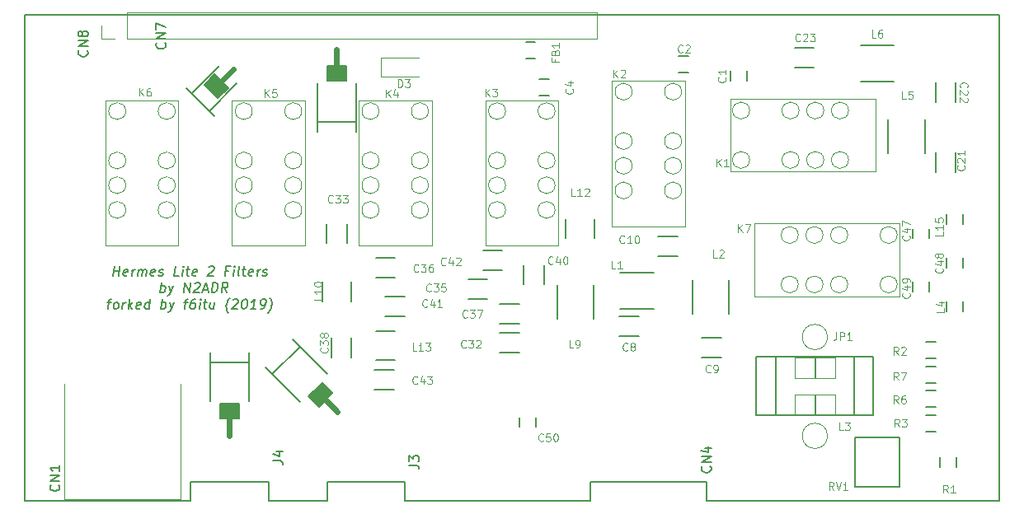
<source format=gbr>
G04 #@! TF.GenerationSoftware,KiCad,Pcbnew,(5.0.2)-1*
G04 #@! TF.CreationDate,2019-04-19T06:38:29+02:00*
G04 #@! TF.ProjectId,n2adr,6e326164-722e-46b6-9963-61645f706362,E5b8*
G04 #@! TF.SameCoordinates,PX3dfd240PY3473bc0*
G04 #@! TF.FileFunction,Legend,Top*
G04 #@! TF.FilePolarity,Positive*
%FSLAX46Y46*%
G04 Gerber Fmt 4.6, Leading zero omitted, Abs format (unit mm)*
G04 Created by KiCad (PCBNEW (5.0.2)-1) date 19/04/2019 06:38:29*
%MOMM*%
%LPD*%
G01*
G04 APERTURE LIST*
%ADD10C,0.150000*%
%ADD11C,0.200000*%
%ADD12C,0.300000*%
%ADD13C,0.600000*%
%ADD14C,0.100000*%
%ADD15C,0.120000*%
G04 APERTURE END LIST*
D10*
X39000000Y-50000000D02*
X58000000Y-50000000D01*
X39000000Y-48000000D02*
X39000000Y-50000000D01*
X31000000Y-48000000D02*
X39000000Y-48000000D01*
X31000000Y-50000000D02*
X31000000Y-48000000D01*
X25000000Y-50000000D02*
X31000000Y-50000000D01*
X25000000Y-48000000D02*
X25000000Y-50000000D01*
X17000000Y-48000000D02*
X25000000Y-48000000D01*
X17000000Y-50000000D02*
X17000000Y-48000000D01*
X0Y-50000000D02*
X17000000Y-50000000D01*
X58000000Y-48000000D02*
X58000000Y-50000000D01*
X70000000Y-48000000D02*
X58000000Y-48000000D01*
X70000000Y-50000000D02*
X70000000Y-48000000D01*
X100000000Y-50000000D02*
X70000000Y-50000000D01*
D11*
X9038809Y-26852380D02*
X9163809Y-25852380D01*
X9104285Y-26328571D02*
X9675714Y-26328571D01*
X9610238Y-26852380D02*
X9735238Y-25852380D01*
X10473333Y-26804761D02*
X10372142Y-26852380D01*
X10181666Y-26852380D01*
X10092380Y-26804761D01*
X10056666Y-26709523D01*
X10104285Y-26328571D01*
X10163809Y-26233333D01*
X10265000Y-26185714D01*
X10455476Y-26185714D01*
X10544761Y-26233333D01*
X10580476Y-26328571D01*
X10568571Y-26423809D01*
X10080476Y-26519047D01*
X10943571Y-26852380D02*
X11026904Y-26185714D01*
X11003095Y-26376190D02*
X11062619Y-26280952D01*
X11116190Y-26233333D01*
X11217380Y-26185714D01*
X11312619Y-26185714D01*
X11562619Y-26852380D02*
X11645952Y-26185714D01*
X11634047Y-26280952D02*
X11687619Y-26233333D01*
X11788809Y-26185714D01*
X11931666Y-26185714D01*
X12020952Y-26233333D01*
X12056666Y-26328571D01*
X11991190Y-26852380D01*
X12056666Y-26328571D02*
X12116190Y-26233333D01*
X12217380Y-26185714D01*
X12360238Y-26185714D01*
X12449523Y-26233333D01*
X12485238Y-26328571D01*
X12419761Y-26852380D01*
X13282857Y-26804761D02*
X13181666Y-26852380D01*
X12991190Y-26852380D01*
X12901904Y-26804761D01*
X12866190Y-26709523D01*
X12913809Y-26328571D01*
X12973333Y-26233333D01*
X13074523Y-26185714D01*
X13265000Y-26185714D01*
X13354285Y-26233333D01*
X13390000Y-26328571D01*
X13378095Y-26423809D01*
X12890000Y-26519047D01*
X13711428Y-26804761D02*
X13800714Y-26852380D01*
X13991190Y-26852380D01*
X14092380Y-26804761D01*
X14151904Y-26709523D01*
X14157857Y-26661904D01*
X14122142Y-26566666D01*
X14032857Y-26519047D01*
X13890000Y-26519047D01*
X13800714Y-26471428D01*
X13765000Y-26376190D01*
X13770952Y-26328571D01*
X13830476Y-26233333D01*
X13931666Y-26185714D01*
X14074523Y-26185714D01*
X14163809Y-26233333D01*
X15800714Y-26852380D02*
X15324523Y-26852380D01*
X15449523Y-25852380D01*
X16134047Y-26852380D02*
X16217380Y-26185714D01*
X16259047Y-25852380D02*
X16205476Y-25900000D01*
X16247142Y-25947619D01*
X16300714Y-25900000D01*
X16259047Y-25852380D01*
X16247142Y-25947619D01*
X16550714Y-26185714D02*
X16931666Y-26185714D01*
X16735238Y-25852380D02*
X16628095Y-26709523D01*
X16663809Y-26804761D01*
X16753095Y-26852380D01*
X16848333Y-26852380D01*
X17568571Y-26804761D02*
X17467380Y-26852380D01*
X17276904Y-26852380D01*
X17187619Y-26804761D01*
X17151904Y-26709523D01*
X17199523Y-26328571D01*
X17259047Y-26233333D01*
X17360238Y-26185714D01*
X17550714Y-26185714D01*
X17640000Y-26233333D01*
X17675714Y-26328571D01*
X17663809Y-26423809D01*
X17175714Y-26519047D01*
X18866190Y-25947619D02*
X18919761Y-25900000D01*
X19020952Y-25852380D01*
X19259047Y-25852380D01*
X19348333Y-25900000D01*
X19390000Y-25947619D01*
X19425714Y-26042857D01*
X19413809Y-26138095D01*
X19348333Y-26280952D01*
X18705476Y-26852380D01*
X19324523Y-26852380D01*
X20913809Y-26328571D02*
X20580476Y-26328571D01*
X20515000Y-26852380D02*
X20640000Y-25852380D01*
X21116190Y-25852380D01*
X21372142Y-26852380D02*
X21455476Y-26185714D01*
X21497142Y-25852380D02*
X21443571Y-25900000D01*
X21485238Y-25947619D01*
X21538809Y-25900000D01*
X21497142Y-25852380D01*
X21485238Y-25947619D01*
X21991190Y-26852380D02*
X21901904Y-26804761D01*
X21866190Y-26709523D01*
X21973333Y-25852380D01*
X22312619Y-26185714D02*
X22693571Y-26185714D01*
X22497142Y-25852380D02*
X22390000Y-26709523D01*
X22425714Y-26804761D01*
X22515000Y-26852380D01*
X22610238Y-26852380D01*
X23330476Y-26804761D02*
X23229285Y-26852380D01*
X23038809Y-26852380D01*
X22949523Y-26804761D01*
X22913809Y-26709523D01*
X22961428Y-26328571D01*
X23020952Y-26233333D01*
X23122142Y-26185714D01*
X23312619Y-26185714D01*
X23401904Y-26233333D01*
X23437619Y-26328571D01*
X23425714Y-26423809D01*
X22937619Y-26519047D01*
X23800714Y-26852380D02*
X23884047Y-26185714D01*
X23860238Y-26376190D02*
X23919761Y-26280952D01*
X23973333Y-26233333D01*
X24074523Y-26185714D01*
X24169761Y-26185714D01*
X24378095Y-26804761D02*
X24467380Y-26852380D01*
X24657857Y-26852380D01*
X24759047Y-26804761D01*
X24818571Y-26709523D01*
X24824523Y-26661904D01*
X24788809Y-26566666D01*
X24699523Y-26519047D01*
X24556666Y-26519047D01*
X24467380Y-26471428D01*
X24431666Y-26376190D01*
X24437619Y-26328571D01*
X24497142Y-26233333D01*
X24598333Y-26185714D01*
X24741190Y-26185714D01*
X24830476Y-26233333D01*
X13872142Y-28552380D02*
X13997142Y-27552380D01*
X13949523Y-27933333D02*
X14050714Y-27885714D01*
X14241190Y-27885714D01*
X14330476Y-27933333D01*
X14372142Y-27980952D01*
X14407857Y-28076190D01*
X14372142Y-28361904D01*
X14312619Y-28457142D01*
X14259047Y-28504761D01*
X14157857Y-28552380D01*
X13967380Y-28552380D01*
X13878095Y-28504761D01*
X14765000Y-27885714D02*
X14919761Y-28552380D01*
X15241190Y-27885714D02*
X14919761Y-28552380D01*
X14794761Y-28790476D01*
X14741190Y-28838095D01*
X14640000Y-28885714D01*
X16300714Y-28552380D02*
X16425714Y-27552380D01*
X16872142Y-28552380D01*
X16997142Y-27552380D01*
X17413809Y-27647619D02*
X17467380Y-27600000D01*
X17568571Y-27552380D01*
X17806666Y-27552380D01*
X17895952Y-27600000D01*
X17937619Y-27647619D01*
X17973333Y-27742857D01*
X17961428Y-27838095D01*
X17895952Y-27980952D01*
X17253095Y-28552380D01*
X17872142Y-28552380D01*
X18288809Y-28266666D02*
X18765000Y-28266666D01*
X18157857Y-28552380D02*
X18616190Y-27552380D01*
X18824523Y-28552380D01*
X19157857Y-28552380D02*
X19282857Y-27552380D01*
X19520952Y-27552380D01*
X19657857Y-27600000D01*
X19741190Y-27695238D01*
X19776904Y-27790476D01*
X19800714Y-27980952D01*
X19782857Y-28123809D01*
X19711428Y-28314285D01*
X19651904Y-28409523D01*
X19544761Y-28504761D01*
X19395952Y-28552380D01*
X19157857Y-28552380D01*
X20729285Y-28552380D02*
X20455476Y-28076190D01*
X20157857Y-28552380D02*
X20282857Y-27552380D01*
X20663809Y-27552380D01*
X20753095Y-27600000D01*
X20794761Y-27647619D01*
X20830476Y-27742857D01*
X20812619Y-27885714D01*
X20753095Y-27980952D01*
X20699523Y-28028571D01*
X20598333Y-28076190D01*
X20217380Y-28076190D01*
X8455476Y-29585714D02*
X8836428Y-29585714D01*
X8515000Y-30252380D02*
X8622142Y-29395238D01*
X8681666Y-29300000D01*
X8782857Y-29252380D01*
X8878095Y-29252380D01*
X9229285Y-30252380D02*
X9140000Y-30204761D01*
X9098333Y-30157142D01*
X9062619Y-30061904D01*
X9098333Y-29776190D01*
X9157857Y-29680952D01*
X9211428Y-29633333D01*
X9312619Y-29585714D01*
X9455476Y-29585714D01*
X9544761Y-29633333D01*
X9586428Y-29680952D01*
X9622142Y-29776190D01*
X9586428Y-30061904D01*
X9526904Y-30157142D01*
X9473333Y-30204761D01*
X9372142Y-30252380D01*
X9229285Y-30252380D01*
X9991190Y-30252380D02*
X10074523Y-29585714D01*
X10050714Y-29776190D02*
X10110238Y-29680952D01*
X10163809Y-29633333D01*
X10265000Y-29585714D01*
X10360238Y-29585714D01*
X10610238Y-30252380D02*
X10735238Y-29252380D01*
X10753095Y-29871428D02*
X10991190Y-30252380D01*
X11074523Y-29585714D02*
X10645952Y-29966666D01*
X11806666Y-30204761D02*
X11705476Y-30252380D01*
X11515000Y-30252380D01*
X11425714Y-30204761D01*
X11390000Y-30109523D01*
X11437619Y-29728571D01*
X11497142Y-29633333D01*
X11598333Y-29585714D01*
X11788809Y-29585714D01*
X11878095Y-29633333D01*
X11913809Y-29728571D01*
X11901904Y-29823809D01*
X11413809Y-29919047D01*
X12705476Y-30252380D02*
X12830476Y-29252380D01*
X12711428Y-30204761D02*
X12610238Y-30252380D01*
X12419761Y-30252380D01*
X12330476Y-30204761D01*
X12288809Y-30157142D01*
X12253095Y-30061904D01*
X12288809Y-29776190D01*
X12348333Y-29680952D01*
X12401904Y-29633333D01*
X12503095Y-29585714D01*
X12693571Y-29585714D01*
X12782857Y-29633333D01*
X13943571Y-30252380D02*
X14068571Y-29252380D01*
X14020952Y-29633333D02*
X14122142Y-29585714D01*
X14312619Y-29585714D01*
X14401904Y-29633333D01*
X14443571Y-29680952D01*
X14479285Y-29776190D01*
X14443571Y-30061904D01*
X14384047Y-30157142D01*
X14330476Y-30204761D01*
X14229285Y-30252380D01*
X14038809Y-30252380D01*
X13949523Y-30204761D01*
X14836428Y-29585714D02*
X14991190Y-30252380D01*
X15312619Y-29585714D02*
X14991190Y-30252380D01*
X14866190Y-30490476D01*
X14812619Y-30538095D01*
X14711428Y-30585714D01*
X16312619Y-29585714D02*
X16693571Y-29585714D01*
X16372142Y-30252380D02*
X16479285Y-29395238D01*
X16538809Y-29300000D01*
X16640000Y-29252380D01*
X16735238Y-29252380D01*
X17497142Y-29252380D02*
X17306666Y-29252380D01*
X17205476Y-29300000D01*
X17151904Y-29347619D01*
X17038809Y-29490476D01*
X16967380Y-29680952D01*
X16919761Y-30061904D01*
X16955476Y-30157142D01*
X16997142Y-30204761D01*
X17086428Y-30252380D01*
X17276904Y-30252380D01*
X17378095Y-30204761D01*
X17431666Y-30157142D01*
X17491190Y-30061904D01*
X17520952Y-29823809D01*
X17485238Y-29728571D01*
X17443571Y-29680952D01*
X17354285Y-29633333D01*
X17163809Y-29633333D01*
X17062619Y-29680952D01*
X17009047Y-29728571D01*
X16949523Y-29823809D01*
X17895952Y-30252380D02*
X17979285Y-29585714D01*
X18020952Y-29252380D02*
X17967380Y-29300000D01*
X18009047Y-29347619D01*
X18062619Y-29300000D01*
X18020952Y-29252380D01*
X18009047Y-29347619D01*
X18312619Y-29585714D02*
X18693571Y-29585714D01*
X18497142Y-29252380D02*
X18390000Y-30109523D01*
X18425714Y-30204761D01*
X18515000Y-30252380D01*
X18610238Y-30252380D01*
X19455476Y-29585714D02*
X19372142Y-30252380D01*
X19026904Y-29585714D02*
X18961428Y-30109523D01*
X18997142Y-30204761D01*
X19086428Y-30252380D01*
X19229285Y-30252380D01*
X19330476Y-30204761D01*
X19384047Y-30157142D01*
X20848333Y-30633333D02*
X20806666Y-30585714D01*
X20729285Y-30442857D01*
X20693571Y-30347619D01*
X20663809Y-30204761D01*
X20645952Y-29966666D01*
X20669761Y-29776190D01*
X20747142Y-29538095D01*
X20812619Y-29395238D01*
X20872142Y-29300000D01*
X20985238Y-29157142D01*
X21038809Y-29109523D01*
X21342380Y-29347619D02*
X21395952Y-29300000D01*
X21497142Y-29252380D01*
X21735238Y-29252380D01*
X21824523Y-29300000D01*
X21866190Y-29347619D01*
X21901904Y-29442857D01*
X21890000Y-29538095D01*
X21824523Y-29680952D01*
X21181666Y-30252380D01*
X21800714Y-30252380D01*
X22544761Y-29252380D02*
X22640000Y-29252380D01*
X22729285Y-29300000D01*
X22770952Y-29347619D01*
X22806666Y-29442857D01*
X22830476Y-29633333D01*
X22800714Y-29871428D01*
X22729285Y-30061904D01*
X22669761Y-30157142D01*
X22616190Y-30204761D01*
X22515000Y-30252380D01*
X22419761Y-30252380D01*
X22330476Y-30204761D01*
X22288809Y-30157142D01*
X22253095Y-30061904D01*
X22229285Y-29871428D01*
X22259047Y-29633333D01*
X22330476Y-29442857D01*
X22390000Y-29347619D01*
X22443571Y-29300000D01*
X22544761Y-29252380D01*
X23705476Y-30252380D02*
X23134047Y-30252380D01*
X23419761Y-30252380D02*
X23544761Y-29252380D01*
X23431666Y-29395238D01*
X23324523Y-29490476D01*
X23223333Y-29538095D01*
X24181666Y-30252380D02*
X24372142Y-30252380D01*
X24473333Y-30204761D01*
X24526904Y-30157142D01*
X24640000Y-30014285D01*
X24711428Y-29823809D01*
X24759047Y-29442857D01*
X24723333Y-29347619D01*
X24681666Y-29300000D01*
X24592380Y-29252380D01*
X24401904Y-29252380D01*
X24300714Y-29300000D01*
X24247142Y-29347619D01*
X24187619Y-29442857D01*
X24157857Y-29680952D01*
X24193571Y-29776190D01*
X24235238Y-29823809D01*
X24324523Y-29871428D01*
X24515000Y-29871428D01*
X24616190Y-29823809D01*
X24669761Y-29776190D01*
X24729285Y-29680952D01*
X24943571Y-30633333D02*
X24997142Y-30585714D01*
X25110238Y-30442857D01*
X25169761Y-30347619D01*
X25235238Y-30204761D01*
X25312619Y-29966666D01*
X25336428Y-29776190D01*
X25318571Y-29538095D01*
X25288809Y-29395238D01*
X25253095Y-29300000D01*
X25175714Y-29157142D01*
X25134047Y-29109523D01*
D10*
X0Y-50000000D02*
X0Y0D01*
X100000000Y0D02*
X100000000Y-50000000D01*
X0Y0D02*
X100000000Y0D01*
D12*
G04 #@! TO.C,CN3*
X32900000Y-5500000D02*
X31200000Y-5500000D01*
X31200000Y-5500000D02*
X31200000Y-6600000D01*
X31200000Y-6600000D02*
X32800000Y-6600000D01*
X32800000Y-6600000D02*
X32800000Y-5700000D01*
X32800000Y-5700000D02*
X31400000Y-5700000D01*
X31400000Y-5700000D02*
X31400000Y-6400000D01*
X31400000Y-6400000D02*
X32600000Y-6400000D01*
X32600000Y-6400000D02*
X32600000Y-5900000D01*
X32600000Y-5900000D02*
X31600000Y-5900000D01*
X31600000Y-5900000D02*
X31600000Y-6200000D01*
X31600000Y-6200000D02*
X32300000Y-6200000D01*
X32300000Y-6200000D02*
X32300000Y-6000000D01*
X32000000Y-5550000D02*
X32000000Y-6550000D01*
D13*
X32000000Y-5300000D02*
X32000000Y-3550000D01*
D11*
X30000000Y-11050000D02*
X30000000Y-12050000D01*
X34000000Y-11050000D02*
X34000000Y-12050000D01*
X34000000Y-7050000D02*
X34000000Y-11050000D01*
X34000000Y-11050000D02*
X30000000Y-11050000D01*
X30000000Y-11050000D02*
X30000000Y-7050000D01*
X31000000Y-5300000D02*
X33000000Y-5300000D01*
X33000000Y-5300000D02*
X33000000Y-6800000D01*
X33000000Y-6800000D02*
X31000000Y-6800000D01*
X31000000Y-6800000D02*
X31000000Y-5300000D01*
D14*
G04 #@! TO.C,CN1*
X16000000Y-37950000D02*
X16000000Y-49850000D01*
X16000000Y-49850000D02*
X4000000Y-49850000D01*
X4000000Y-49850000D02*
X4000000Y-37950000D01*
G04 #@! TO.C,K3*
X47250000Y-8800000D02*
X54750000Y-8800000D01*
X54750000Y-8800000D02*
X54750000Y-21200000D01*
X54750000Y-21200000D02*
X54750000Y-23750000D01*
X54750000Y-23750000D02*
X47250000Y-23750000D01*
X47250000Y-23750000D02*
X47250000Y-8800000D01*
G04 #@! TO.C,K4*
X34250000Y-8800000D02*
X41750000Y-8800000D01*
X41750000Y-8800000D02*
X41750000Y-21200000D01*
X41750000Y-21200000D02*
X41750000Y-23750000D01*
X41750000Y-23750000D02*
X34250000Y-23750000D01*
X34250000Y-23750000D02*
X34250000Y-8800000D01*
D10*
G04 #@! TO.C,L2*
X72279600Y-30727200D02*
X72279600Y-27272800D01*
X68520400Y-30727200D02*
X68520400Y-27272800D01*
G04 #@! TO.C,C1*
X74150000Y-6800000D02*
X74150000Y-5800000D01*
X72450000Y-5800000D02*
X72450000Y-6800000D01*
G04 #@! TO.C,C2*
X67100000Y-5950000D02*
X68100000Y-5950000D01*
X68100000Y-4250000D02*
X67100000Y-4250000D01*
G04 #@! TO.C,C4*
X52800000Y-8350000D02*
X53800000Y-8350000D01*
X53800000Y-6650000D02*
X52800000Y-6650000D01*
G04 #@! TO.C,C8*
X61000000Y-33025000D02*
X63000000Y-33025000D01*
X63000000Y-30975000D02*
X61000000Y-30975000D01*
G04 #@! TO.C,C9*
X71500000Y-33225000D02*
X69500000Y-33225000D01*
X69500000Y-35275000D02*
X71500000Y-35275000D01*
G04 #@! TO.C,C10*
X67000000Y-22775000D02*
X65000000Y-22775000D01*
X65000000Y-24825000D02*
X67000000Y-24825000D01*
G04 #@! TO.C,L3*
X85100000Y-41200000D02*
X85100000Y-35200000D01*
X77100000Y-41200000D02*
X77100000Y-35200000D01*
X87100000Y-41200000D02*
X75100000Y-41200000D01*
X75100000Y-41200000D02*
X75100000Y-35200000D01*
X75100000Y-35200000D02*
X87100000Y-35200000D01*
X87100000Y-35200000D02*
X87100000Y-41200000D01*
G04 #@! TO.C,R2*
X92500000Y-35350000D02*
X93500000Y-35350000D01*
X93500000Y-33650000D02*
X92500000Y-33650000D01*
G04 #@! TO.C,R3*
X93500000Y-41150000D02*
X92500000Y-41150000D01*
X92500000Y-42850000D02*
X93500000Y-42850000D01*
G04 #@! TO.C,R6*
X92500000Y-40350000D02*
X93500000Y-40350000D01*
X93500000Y-38650000D02*
X92500000Y-38650000D01*
G04 #@! TO.C,R7*
X93500000Y-36150000D02*
X92500000Y-36150000D01*
X92500000Y-37850000D02*
X93500000Y-37850000D01*
G04 #@! TO.C,C21*
X95525000Y-16200000D02*
X95525000Y-14200000D01*
X93475000Y-14200000D02*
X93475000Y-16200000D01*
G04 #@! TO.C,C22*
X93475000Y-7000000D02*
X93475000Y-9000000D01*
X95525000Y-9000000D02*
X95525000Y-7000000D01*
G04 #@! TO.C,C23*
X79000000Y-5425000D02*
X81000000Y-5425000D01*
X81000000Y-3375000D02*
X79000000Y-3375000D01*
G04 #@! TO.C,C32*
X48750000Y-34775000D02*
X50750000Y-34775000D01*
X50750000Y-32725000D02*
X48750000Y-32725000D01*
G04 #@! TO.C,C33*
X33025000Y-23500000D02*
X33025000Y-21500000D01*
X30975000Y-21500000D02*
X30975000Y-23500000D01*
G04 #@! TO.C,C35*
X45500000Y-29275000D02*
X47500000Y-29275000D01*
X47500000Y-27225000D02*
X45500000Y-27225000D01*
G04 #@! TO.C,C36*
X36000000Y-27025000D02*
X38000000Y-27025000D01*
X38000000Y-24975000D02*
X36000000Y-24975000D01*
G04 #@! TO.C,C37*
X48750000Y-31775000D02*
X50750000Y-31775000D01*
X50750000Y-29725000D02*
X48750000Y-29725000D01*
G04 #@! TO.C,C38*
X31475000Y-33250000D02*
X31475000Y-35250000D01*
X33525000Y-35250000D02*
X33525000Y-33250000D01*
G04 #@! TO.C,C40*
X53275000Y-27750000D02*
X53275000Y-25750000D01*
X51225000Y-25750000D02*
X51225000Y-27750000D01*
G04 #@! TO.C,C41*
X37000000Y-31025000D02*
X39000000Y-31025000D01*
X39000000Y-28975000D02*
X37000000Y-28975000D01*
G04 #@! TO.C,C42*
X49000000Y-24225000D02*
X47000000Y-24225000D01*
X47000000Y-26275000D02*
X49000000Y-26275000D01*
G04 #@! TO.C,C43*
X37900000Y-36475000D02*
X35900000Y-36475000D01*
X35900000Y-38525000D02*
X37900000Y-38525000D01*
G04 #@! TO.C,L10*
X33475000Y-29500000D02*
X33475000Y-27500000D01*
X30525000Y-27500000D02*
X30525000Y-29500000D01*
G04 #@! TO.C,L13*
X38000000Y-32525000D02*
X36000000Y-32525000D01*
X36000000Y-35475000D02*
X38000000Y-35475000D01*
G04 #@! TO.C,L1*
X61072800Y-30279600D02*
X64527200Y-30279600D01*
X61072800Y-26520400D02*
X64527200Y-26520400D01*
G04 #@! TO.C,L5*
X92379600Y-14227200D02*
X92379600Y-10772800D01*
X88620400Y-14227200D02*
X88620400Y-10772800D01*
G04 #@! TO.C,L6*
X89227200Y-3120400D02*
X85772800Y-3120400D01*
X89227200Y-6879600D02*
X85772800Y-6879600D01*
G04 #@! TO.C,L9*
X58379600Y-31227200D02*
X58379600Y-27772800D01*
X54620400Y-31227200D02*
X54620400Y-27772800D01*
G04 #@! TO.C,L12*
X55525000Y-21000000D02*
X55525000Y-23000000D01*
X58475000Y-23000000D02*
X58475000Y-21000000D01*
G04 #@! TO.C,C50*
X52450000Y-42400000D02*
X52450000Y-41400000D01*
X50750000Y-41400000D02*
X50750000Y-42400000D01*
G04 #@! TO.C,C47*
X92850000Y-23000000D02*
X92850000Y-22000000D01*
X91150000Y-22000000D02*
X91150000Y-23000000D01*
G04 #@! TO.C,C48*
X94650000Y-25000000D02*
X94650000Y-26000000D01*
X96350000Y-26000000D02*
X96350000Y-25000000D01*
G04 #@! TO.C,C49*
X92850000Y-28500000D02*
X92850000Y-27500000D01*
X91150000Y-27500000D02*
X91150000Y-28500000D01*
G04 #@! TO.C,L4*
X94650000Y-29500000D02*
X94650000Y-30500000D01*
X96350000Y-30500000D02*
X96350000Y-29500000D01*
G04 #@! TO.C,L15*
X96350000Y-21500000D02*
X96350000Y-20500000D01*
X94650000Y-20500000D02*
X94650000Y-21500000D01*
G04 #@! TO.C,R1*
X93950000Y-45500000D02*
X93950000Y-46500000D01*
X95650000Y-46500000D02*
X95650000Y-45500000D01*
D14*
G04 #@! TO.C,K1*
X72400000Y-16150000D02*
X72400000Y-8650000D01*
X72400000Y-8650000D02*
X84800000Y-8650000D01*
X84800000Y-8650000D02*
X87350000Y-8650000D01*
X87350000Y-8650000D02*
X87350000Y-16150000D01*
X87350000Y-16150000D02*
X72400000Y-16150000D01*
G04 #@! TO.C,K2*
X60250000Y-6800000D02*
X67750000Y-6800000D01*
X67750000Y-6800000D02*
X67750000Y-19200000D01*
X67750000Y-19200000D02*
X67750000Y-21750000D01*
X67750000Y-21750000D02*
X60250000Y-21750000D01*
X60250000Y-21750000D02*
X60250000Y-6800000D01*
G04 #@! TO.C,K5*
X21250000Y-8800000D02*
X28750000Y-8800000D01*
X28750000Y-8800000D02*
X28750000Y-21200000D01*
X28750000Y-21200000D02*
X28750000Y-23750000D01*
X28750000Y-23750000D02*
X21250000Y-23750000D01*
X21250000Y-23750000D02*
X21250000Y-8800000D01*
G04 #@! TO.C,K6*
X8250000Y-8800000D02*
X15750000Y-8800000D01*
X15750000Y-8800000D02*
X15750000Y-21200000D01*
X15750000Y-21200000D02*
X15750000Y-23750000D01*
X15750000Y-23750000D02*
X8250000Y-23750000D01*
X8250000Y-23750000D02*
X8250000Y-8800000D01*
G04 #@! TO.C,K7*
X89800000Y-21450000D02*
X89800000Y-28950000D01*
X89800000Y-28950000D02*
X77400000Y-28950000D01*
X77400000Y-28950000D02*
X74850000Y-28950000D01*
X74850000Y-28950000D02*
X74850000Y-21450000D01*
X74850000Y-21450000D02*
X89800000Y-21450000D01*
D15*
G04 #@! TO.C,CN2*
X58758000Y-2464000D02*
X58758000Y196000D01*
X10438000Y-2464000D02*
X58758000Y-2464000D01*
X10438000Y196000D02*
X58758000Y196000D01*
X10438000Y-2464000D02*
X10438000Y196000D01*
X9168000Y-2464000D02*
X7838000Y-2464000D01*
X7838000Y-2464000D02*
X7838000Y-1134000D01*
D10*
G04 #@! TO.C,RV1*
X85250000Y-48500000D02*
X85250000Y-43500000D01*
X85250000Y-43500000D02*
X89750000Y-43500000D01*
X89750000Y-43500000D02*
X89750000Y-48500000D01*
X89750000Y-48500000D02*
X85250000Y-48500000D01*
D15*
G04 #@! TO.C,D3*
X36550000Y-4400000D02*
X36550000Y-6400000D01*
X36550000Y-6400000D02*
X40450000Y-6400000D01*
X36550000Y-4400000D02*
X40450000Y-4400000D01*
D10*
G04 #@! TO.C,FB1*
X52400000Y-2850000D02*
X51400000Y-2850000D01*
X51400000Y-4550000D02*
X52400000Y-4550000D01*
D11*
G04 #@! TO.C,J1*
X30500000Y-37835786D02*
X31560660Y-38896447D01*
X29085786Y-39250000D02*
X30500000Y-37835786D01*
X30146447Y-40310660D02*
X29085786Y-39250000D01*
X31560660Y-38896447D02*
X30146447Y-40310660D01*
X28201903Y-34123476D02*
X31030330Y-36951903D01*
X25373476Y-36951903D02*
X28201903Y-34123476D01*
X28201903Y-39780330D02*
X25373476Y-36951903D01*
X25373476Y-36951903D02*
X24666369Y-36244796D01*
X28201903Y-34123476D02*
X27494796Y-33416369D01*
D13*
X30853553Y-39603553D02*
X32090990Y-40840990D01*
D12*
X30676777Y-39426777D02*
X29969670Y-38719670D01*
X30005025Y-39179289D02*
X30146447Y-39320711D01*
X30500000Y-38684315D02*
X30005025Y-39179289D01*
X30712132Y-38896447D02*
X30500000Y-38684315D01*
X30005025Y-39603553D02*
X30712132Y-38896447D01*
X29651472Y-39250000D02*
X30005025Y-39603553D01*
X30500000Y-38401472D02*
X29651472Y-39250000D01*
X30994975Y-38896447D02*
X30500000Y-38401472D01*
X30005025Y-39886396D02*
X30994975Y-38896447D01*
X29368629Y-39250000D02*
X30005025Y-39886396D01*
X30500000Y-38118629D02*
X29368629Y-39250000D01*
X31277817Y-38896447D02*
X30500000Y-38118629D01*
X30075736Y-40098528D02*
X31277817Y-38896447D01*
G04 #@! TO.C,J2*
X20100000Y-41300000D02*
X21800000Y-41300000D01*
X21800000Y-41300000D02*
X21800000Y-40200000D01*
X21800000Y-40200000D02*
X20200000Y-40200000D01*
X20200000Y-40200000D02*
X20200000Y-41100000D01*
X20200000Y-41100000D02*
X21600000Y-41100000D01*
X21600000Y-41100000D02*
X21600000Y-40400000D01*
X21600000Y-40400000D02*
X20400000Y-40400000D01*
X20400000Y-40400000D02*
X20400000Y-40900000D01*
X20400000Y-40900000D02*
X21400000Y-40900000D01*
X21400000Y-40900000D02*
X21400000Y-40600000D01*
X21400000Y-40600000D02*
X20700000Y-40600000D01*
X20700000Y-40600000D02*
X20700000Y-40800000D01*
X21000000Y-41250000D02*
X21000000Y-40250000D01*
D13*
X21000000Y-41500000D02*
X21000000Y-43250000D01*
D11*
X23000000Y-35750000D02*
X23000000Y-34750000D01*
X19000000Y-35750000D02*
X19000000Y-34750000D01*
X19000000Y-39750000D02*
X19000000Y-35750000D01*
X19000000Y-35750000D02*
X23000000Y-35750000D01*
X23000000Y-35750000D02*
X23000000Y-39750000D01*
X22000000Y-41500000D02*
X20000000Y-41500000D01*
X20000000Y-41500000D02*
X20000000Y-40000000D01*
X20000000Y-40000000D02*
X22000000Y-40000000D01*
X22000000Y-40000000D02*
X22000000Y-41500000D01*
D12*
G04 #@! TO.C,CN5*
X20648528Y-7624264D02*
X19446447Y-6422183D01*
X19446447Y-6422183D02*
X18668629Y-7200000D01*
X18668629Y-7200000D02*
X19800000Y-8331371D01*
X19800000Y-8331371D02*
X20436396Y-7694975D01*
X20436396Y-7694975D02*
X19446447Y-6705025D01*
X19446447Y-6705025D02*
X18951472Y-7200000D01*
X18951472Y-7200000D02*
X19800000Y-8048528D01*
X19800000Y-8048528D02*
X20153553Y-7694975D01*
X20153553Y-7694975D02*
X19446447Y-6987868D01*
X19446447Y-6987868D02*
X19234315Y-7200000D01*
X19234315Y-7200000D02*
X19729289Y-7694975D01*
X19729289Y-7694975D02*
X19870711Y-7553553D01*
X19976777Y-7023223D02*
X19269670Y-7730330D01*
D13*
X20153553Y-6846447D02*
X21390990Y-5609010D01*
D11*
X21730402Y-7065650D02*
X18901974Y-9894077D01*
X19418162Y-10410265D02*
X16589735Y-7581838D01*
X17105923Y-8098026D02*
X19934350Y-5269598D01*
X19446447Y-6139340D02*
X20860660Y-7553553D01*
X20860660Y-7553553D02*
X19800000Y-8614214D01*
X19800000Y-8614214D02*
X18385786Y-7200000D01*
X18385786Y-7200000D02*
X19446447Y-6139340D01*
G04 #@! TD*
D14*
G04 #@! TO.C,K3*
X54415000Y-9920000D02*
G75*
G03X54415000Y-9920000I-875000J0D01*
G01*
X54415000Y-15000000D02*
G75*
G03X54415000Y-15000000I-875000J0D01*
G01*
X54415000Y-17540000D02*
G75*
G03X54415000Y-17540000I-875000J0D01*
G01*
X54415000Y-20080000D02*
G75*
G03X54415000Y-20080000I-875000J0D01*
G01*
X49335000Y-20080000D02*
G75*
G03X49335000Y-20080000I-875000J0D01*
G01*
X49335000Y-17540000D02*
G75*
G03X49335000Y-17540000I-875000J0D01*
G01*
X49335000Y-15000000D02*
G75*
G03X49335000Y-15000000I-875000J0D01*
G01*
X49335000Y-9920000D02*
G75*
G03X49335000Y-9920000I-875000J0D01*
G01*
G04 #@! TD*
G04 #@! TO.C,K4*
X41415000Y-9920000D02*
G75*
G03X41415000Y-9920000I-875000J0D01*
G01*
X41415000Y-15000000D02*
G75*
G03X41415000Y-15000000I-875000J0D01*
G01*
X41415000Y-17540000D02*
G75*
G03X41415000Y-17540000I-875000J0D01*
G01*
X41415000Y-20080000D02*
G75*
G03X41415000Y-20080000I-875000J0D01*
G01*
X36335000Y-20080000D02*
G75*
G03X36335000Y-20080000I-875000J0D01*
G01*
X36335000Y-17540000D02*
G75*
G03X36335000Y-17540000I-875000J0D01*
G01*
X36335000Y-15000000D02*
G75*
G03X36335000Y-15000000I-875000J0D01*
G01*
X36335000Y-9920000D02*
G75*
G03X36335000Y-9920000I-875000J0D01*
G01*
G04 #@! TD*
G04 #@! TO.C,JP1*
X82400010Y-43300000D02*
G75*
G03X82400010Y-43300000I-1300010J0D01*
G01*
X82400010Y-33140000D02*
G75*
G03X82400010Y-33140000I-1300010J0D01*
G01*
G04 #@! TD*
G04 #@! TO.C,L3*
X79050000Y-39050000D02*
X79050000Y-41150000D01*
X81150000Y-41150000D01*
X81150000Y-39050000D01*
X79050000Y-39050000D01*
X81050000Y-35250000D02*
X81050000Y-37350000D01*
X83150000Y-37350000D01*
X83150000Y-35250000D01*
X81050000Y-35250000D01*
X81050000Y-39050000D02*
X81050000Y-41150000D01*
X83150000Y-41150000D01*
X83150000Y-39050000D01*
X81050000Y-39050000D01*
X79050000Y-35250000D02*
X79050000Y-37350000D01*
X81150000Y-37350000D01*
X81150000Y-35250000D01*
X79050000Y-35250000D01*
G04 #@! TD*
G04 #@! TO.C,K1*
X74395000Y-9860000D02*
G75*
G03X74395000Y-9860000I-875000J0D01*
G01*
X79475000Y-9860000D02*
G75*
G03X79475000Y-9860000I-875000J0D01*
G01*
X82015000Y-9860000D02*
G75*
G03X82015000Y-9860000I-875000J0D01*
G01*
X84555000Y-9860000D02*
G75*
G03X84555000Y-9860000I-875000J0D01*
G01*
X84555000Y-14940000D02*
G75*
G03X84555000Y-14940000I-875000J0D01*
G01*
X82015000Y-14940000D02*
G75*
G03X82015000Y-14940000I-875000J0D01*
G01*
X79475000Y-14940000D02*
G75*
G03X79475000Y-14940000I-875000J0D01*
G01*
X74395000Y-14940000D02*
G75*
G03X74395000Y-14940000I-875000J0D01*
G01*
G04 #@! TD*
G04 #@! TO.C,K2*
X67415000Y-7920000D02*
G75*
G03X67415000Y-7920000I-875000J0D01*
G01*
X67415000Y-13000000D02*
G75*
G03X67415000Y-13000000I-875000J0D01*
G01*
X67415000Y-15540000D02*
G75*
G03X67415000Y-15540000I-875000J0D01*
G01*
X67415000Y-18080000D02*
G75*
G03X67415000Y-18080000I-875000J0D01*
G01*
X62335000Y-18080000D02*
G75*
G03X62335000Y-18080000I-875000J0D01*
G01*
X62335000Y-15540000D02*
G75*
G03X62335000Y-15540000I-875000J0D01*
G01*
X62335000Y-13000000D02*
G75*
G03X62335000Y-13000000I-875000J0D01*
G01*
X62335000Y-7920000D02*
G75*
G03X62335000Y-7920000I-875000J0D01*
G01*
G04 #@! TD*
G04 #@! TO.C,K5*
X28415000Y-9920000D02*
G75*
G03X28415000Y-9920000I-875000J0D01*
G01*
X28415000Y-15000000D02*
G75*
G03X28415000Y-15000000I-875000J0D01*
G01*
X28415000Y-17540000D02*
G75*
G03X28415000Y-17540000I-875000J0D01*
G01*
X28415000Y-20080000D02*
G75*
G03X28415000Y-20080000I-875000J0D01*
G01*
X23335000Y-20080000D02*
G75*
G03X23335000Y-20080000I-875000J0D01*
G01*
X23335000Y-17540000D02*
G75*
G03X23335000Y-17540000I-875000J0D01*
G01*
X23335000Y-15000000D02*
G75*
G03X23335000Y-15000000I-875000J0D01*
G01*
X23335000Y-9920000D02*
G75*
G03X23335000Y-9920000I-875000J0D01*
G01*
G04 #@! TD*
G04 #@! TO.C,K6*
X15415000Y-9920000D02*
G75*
G03X15415000Y-9920000I-875000J0D01*
G01*
X15415000Y-15000000D02*
G75*
G03X15415000Y-15000000I-875000J0D01*
G01*
X15415000Y-17540000D02*
G75*
G03X15415000Y-17540000I-875000J0D01*
G01*
X15415000Y-20080000D02*
G75*
G03X15415000Y-20080000I-875000J0D01*
G01*
X10335000Y-20080000D02*
G75*
G03X10335000Y-20080000I-875000J0D01*
G01*
X10335000Y-17540000D02*
G75*
G03X10335000Y-17540000I-875000J0D01*
G01*
X10335000Y-15000000D02*
G75*
G03X10335000Y-15000000I-875000J0D01*
G01*
X10335000Y-9920000D02*
G75*
G03X10335000Y-9920000I-875000J0D01*
G01*
G04 #@! TD*
G04 #@! TO.C,K7*
X89555000Y-27740000D02*
G75*
G03X89555000Y-27740000I-875000J0D01*
G01*
X84475000Y-27740000D02*
G75*
G03X84475000Y-27740000I-875000J0D01*
G01*
X81935000Y-27740000D02*
G75*
G03X81935000Y-27740000I-875000J0D01*
G01*
X79395000Y-27740000D02*
G75*
G03X79395000Y-27740000I-875000J0D01*
G01*
X79395000Y-22660000D02*
G75*
G03X79395000Y-22660000I-875000J0D01*
G01*
X81935000Y-22660000D02*
G75*
G03X81935000Y-22660000I-875000J0D01*
G01*
X84475000Y-22660000D02*
G75*
G03X84475000Y-22660000I-875000J0D01*
G01*
X89555000Y-22660000D02*
G75*
G03X89555000Y-22660000I-875000J0D01*
G01*
G04 #@! TD*
G04 #@! TO.C,CN1*
D10*
X3457142Y-48340476D02*
X3504761Y-48388095D01*
X3552380Y-48530952D01*
X3552380Y-48626190D01*
X3504761Y-48769047D01*
X3409523Y-48864285D01*
X3314285Y-48911904D01*
X3123809Y-48959523D01*
X2980952Y-48959523D01*
X2790476Y-48911904D01*
X2695238Y-48864285D01*
X2600000Y-48769047D01*
X2552380Y-48626190D01*
X2552380Y-48530952D01*
X2600000Y-48388095D01*
X2647619Y-48340476D01*
X3552380Y-47911904D02*
X2552380Y-47911904D01*
X3552380Y-47340476D01*
X2552380Y-47340476D01*
X3552380Y-46340476D02*
X3552380Y-46911904D01*
X3552380Y-46626190D02*
X2552380Y-46626190D01*
X2695238Y-46721428D01*
X2790476Y-46816666D01*
X2838095Y-46911904D01*
G04 #@! TO.C,K3*
D14*
X47259523Y-8411904D02*
X47259523Y-7611904D01*
X47716666Y-8411904D02*
X47373809Y-7954761D01*
X47716666Y-7611904D02*
X47259523Y-8069047D01*
X47983333Y-7611904D02*
X48478571Y-7611904D01*
X48211904Y-7916666D01*
X48326190Y-7916666D01*
X48402380Y-7954761D01*
X48440476Y-7992857D01*
X48478571Y-8069047D01*
X48478571Y-8259523D01*
X48440476Y-8335714D01*
X48402380Y-8373809D01*
X48326190Y-8411904D01*
X48097619Y-8411904D01*
X48021428Y-8373809D01*
X47983333Y-8335714D01*
G04 #@! TO.C,K4*
X37059523Y-8511904D02*
X37059523Y-7711904D01*
X37516666Y-8511904D02*
X37173809Y-8054761D01*
X37516666Y-7711904D02*
X37059523Y-8169047D01*
X38202380Y-7978571D02*
X38202380Y-8511904D01*
X38011904Y-7673809D02*
X37821428Y-8245238D01*
X38316666Y-8245238D01*
G04 #@! TO.C,L2*
X71066666Y-24961904D02*
X70685714Y-24961904D01*
X70685714Y-24161904D01*
X71295238Y-24238095D02*
X71333333Y-24200000D01*
X71409523Y-24161904D01*
X71600000Y-24161904D01*
X71676190Y-24200000D01*
X71714285Y-24238095D01*
X71752380Y-24314285D01*
X71752380Y-24390476D01*
X71714285Y-24504761D01*
X71257142Y-24961904D01*
X71752380Y-24961904D01*
G04 #@! TO.C,C1*
X71885714Y-6433333D02*
X71923809Y-6471428D01*
X71961904Y-6585714D01*
X71961904Y-6661904D01*
X71923809Y-6776190D01*
X71847619Y-6852380D01*
X71771428Y-6890476D01*
X71619047Y-6928571D01*
X71504761Y-6928571D01*
X71352380Y-6890476D01*
X71276190Y-6852380D01*
X71200000Y-6776190D01*
X71161904Y-6661904D01*
X71161904Y-6585714D01*
X71200000Y-6471428D01*
X71238095Y-6433333D01*
X71961904Y-5671428D02*
X71961904Y-6128571D01*
X71961904Y-5900000D02*
X71161904Y-5900000D01*
X71276190Y-5976190D01*
X71352380Y-6052380D01*
X71390476Y-6128571D01*
G04 #@! TO.C,C2*
X67516666Y-3835714D02*
X67478571Y-3873809D01*
X67364285Y-3911904D01*
X67288095Y-3911904D01*
X67173809Y-3873809D01*
X67097619Y-3797619D01*
X67059523Y-3721428D01*
X67021428Y-3569047D01*
X67021428Y-3454761D01*
X67059523Y-3302380D01*
X67097619Y-3226190D01*
X67173809Y-3150000D01*
X67288095Y-3111904D01*
X67364285Y-3111904D01*
X67478571Y-3150000D01*
X67516666Y-3188095D01*
X67821428Y-3188095D02*
X67859523Y-3150000D01*
X67935714Y-3111904D01*
X68126190Y-3111904D01*
X68202380Y-3150000D01*
X68240476Y-3188095D01*
X68278571Y-3264285D01*
X68278571Y-3340476D01*
X68240476Y-3454761D01*
X67783333Y-3911904D01*
X68278571Y-3911904D01*
G04 #@! TO.C,C4*
X56185714Y-7633333D02*
X56223809Y-7671428D01*
X56261904Y-7785714D01*
X56261904Y-7861904D01*
X56223809Y-7976190D01*
X56147619Y-8052380D01*
X56071428Y-8090476D01*
X55919047Y-8128571D01*
X55804761Y-8128571D01*
X55652380Y-8090476D01*
X55576190Y-8052380D01*
X55500000Y-7976190D01*
X55461904Y-7861904D01*
X55461904Y-7785714D01*
X55500000Y-7671428D01*
X55538095Y-7633333D01*
X55728571Y-6947619D02*
X56261904Y-6947619D01*
X55423809Y-7138095D02*
X55995238Y-7328571D01*
X55995238Y-6833333D01*
G04 #@! TO.C,C8*
X61866666Y-34485714D02*
X61828571Y-34523809D01*
X61714285Y-34561904D01*
X61638095Y-34561904D01*
X61523809Y-34523809D01*
X61447619Y-34447619D01*
X61409523Y-34371428D01*
X61371428Y-34219047D01*
X61371428Y-34104761D01*
X61409523Y-33952380D01*
X61447619Y-33876190D01*
X61523809Y-33800000D01*
X61638095Y-33761904D01*
X61714285Y-33761904D01*
X61828571Y-33800000D01*
X61866666Y-33838095D01*
X62323809Y-34104761D02*
X62247619Y-34066666D01*
X62209523Y-34028571D01*
X62171428Y-33952380D01*
X62171428Y-33914285D01*
X62209523Y-33838095D01*
X62247619Y-33800000D01*
X62323809Y-33761904D01*
X62476190Y-33761904D01*
X62552380Y-33800000D01*
X62590476Y-33838095D01*
X62628571Y-33914285D01*
X62628571Y-33952380D01*
X62590476Y-34028571D01*
X62552380Y-34066666D01*
X62476190Y-34104761D01*
X62323809Y-34104761D01*
X62247619Y-34142857D01*
X62209523Y-34180952D01*
X62171428Y-34257142D01*
X62171428Y-34409523D01*
X62209523Y-34485714D01*
X62247619Y-34523809D01*
X62323809Y-34561904D01*
X62476190Y-34561904D01*
X62552380Y-34523809D01*
X62590476Y-34485714D01*
X62628571Y-34409523D01*
X62628571Y-34257142D01*
X62590476Y-34180952D01*
X62552380Y-34142857D01*
X62476190Y-34104761D01*
G04 #@! TO.C,C9*
X70366666Y-36735714D02*
X70328571Y-36773809D01*
X70214285Y-36811904D01*
X70138095Y-36811904D01*
X70023809Y-36773809D01*
X69947619Y-36697619D01*
X69909523Y-36621428D01*
X69871428Y-36469047D01*
X69871428Y-36354761D01*
X69909523Y-36202380D01*
X69947619Y-36126190D01*
X70023809Y-36050000D01*
X70138095Y-36011904D01*
X70214285Y-36011904D01*
X70328571Y-36050000D01*
X70366666Y-36088095D01*
X70747619Y-36811904D02*
X70900000Y-36811904D01*
X70976190Y-36773809D01*
X71014285Y-36735714D01*
X71090476Y-36621428D01*
X71128571Y-36469047D01*
X71128571Y-36164285D01*
X71090476Y-36088095D01*
X71052380Y-36050000D01*
X70976190Y-36011904D01*
X70823809Y-36011904D01*
X70747619Y-36050000D01*
X70709523Y-36088095D01*
X70671428Y-36164285D01*
X70671428Y-36354761D01*
X70709523Y-36430952D01*
X70747619Y-36469047D01*
X70823809Y-36507142D01*
X70976190Y-36507142D01*
X71052380Y-36469047D01*
X71090476Y-36430952D01*
X71128571Y-36354761D01*
G04 #@! TO.C,C10*
X61535714Y-23435714D02*
X61497619Y-23473809D01*
X61383333Y-23511904D01*
X61307142Y-23511904D01*
X61192857Y-23473809D01*
X61116666Y-23397619D01*
X61078571Y-23321428D01*
X61040476Y-23169047D01*
X61040476Y-23054761D01*
X61078571Y-22902380D01*
X61116666Y-22826190D01*
X61192857Y-22750000D01*
X61307142Y-22711904D01*
X61383333Y-22711904D01*
X61497619Y-22750000D01*
X61535714Y-22788095D01*
X62297619Y-23511904D02*
X61840476Y-23511904D01*
X62069047Y-23511904D02*
X62069047Y-22711904D01*
X61992857Y-22826190D01*
X61916666Y-22902380D01*
X61840476Y-22940476D01*
X62792857Y-22711904D02*
X62869047Y-22711904D01*
X62945238Y-22750000D01*
X62983333Y-22788095D01*
X63021428Y-22864285D01*
X63059523Y-23016666D01*
X63059523Y-23207142D01*
X63021428Y-23359523D01*
X62983333Y-23435714D01*
X62945238Y-23473809D01*
X62869047Y-23511904D01*
X62792857Y-23511904D01*
X62716666Y-23473809D01*
X62678571Y-23435714D01*
X62640476Y-23359523D01*
X62602380Y-23207142D01*
X62602380Y-23016666D01*
X62640476Y-22864285D01*
X62678571Y-22788095D01*
X62716666Y-22750000D01*
X62792857Y-22711904D01*
G04 #@! TO.C,JP1*
X83283333Y-32661904D02*
X83283333Y-33233333D01*
X83245238Y-33347619D01*
X83169047Y-33423809D01*
X83054761Y-33461904D01*
X82978571Y-33461904D01*
X83664285Y-33461904D02*
X83664285Y-32661904D01*
X83969047Y-32661904D01*
X84045238Y-32700000D01*
X84083333Y-32738095D01*
X84121428Y-32814285D01*
X84121428Y-32928571D01*
X84083333Y-33004761D01*
X84045238Y-33042857D01*
X83969047Y-33080952D01*
X83664285Y-33080952D01*
X84883333Y-33461904D02*
X84426190Y-33461904D01*
X84654761Y-33461904D02*
X84654761Y-32661904D01*
X84578571Y-32776190D01*
X84502380Y-32852380D01*
X84426190Y-32890476D01*
G04 #@! TO.C,L3*
X84016666Y-42711904D02*
X83635714Y-42711904D01*
X83635714Y-41911904D01*
X84207142Y-41911904D02*
X84702380Y-41911904D01*
X84435714Y-42216666D01*
X84550000Y-42216666D01*
X84626190Y-42254761D01*
X84664285Y-42292857D01*
X84702380Y-42369047D01*
X84702380Y-42559523D01*
X84664285Y-42635714D01*
X84626190Y-42673809D01*
X84550000Y-42711904D01*
X84321428Y-42711904D01*
X84245238Y-42673809D01*
X84207142Y-42635714D01*
G04 #@! TO.C,R2*
X89666666Y-34961904D02*
X89400000Y-34580952D01*
X89209523Y-34961904D02*
X89209523Y-34161904D01*
X89514285Y-34161904D01*
X89590476Y-34200000D01*
X89628571Y-34238095D01*
X89666666Y-34314285D01*
X89666666Y-34428571D01*
X89628571Y-34504761D01*
X89590476Y-34542857D01*
X89514285Y-34580952D01*
X89209523Y-34580952D01*
X89971428Y-34238095D02*
X90009523Y-34200000D01*
X90085714Y-34161904D01*
X90276190Y-34161904D01*
X90352380Y-34200000D01*
X90390476Y-34238095D01*
X90428571Y-34314285D01*
X90428571Y-34390476D01*
X90390476Y-34504761D01*
X89933333Y-34961904D01*
X90428571Y-34961904D01*
G04 #@! TO.C,R3*
X89766666Y-42361904D02*
X89500000Y-41980952D01*
X89309523Y-42361904D02*
X89309523Y-41561904D01*
X89614285Y-41561904D01*
X89690476Y-41600000D01*
X89728571Y-41638095D01*
X89766666Y-41714285D01*
X89766666Y-41828571D01*
X89728571Y-41904761D01*
X89690476Y-41942857D01*
X89614285Y-41980952D01*
X89309523Y-41980952D01*
X90033333Y-41561904D02*
X90528571Y-41561904D01*
X90261904Y-41866666D01*
X90376190Y-41866666D01*
X90452380Y-41904761D01*
X90490476Y-41942857D01*
X90528571Y-42019047D01*
X90528571Y-42209523D01*
X90490476Y-42285714D01*
X90452380Y-42323809D01*
X90376190Y-42361904D01*
X90147619Y-42361904D01*
X90071428Y-42323809D01*
X90033333Y-42285714D01*
G04 #@! TO.C,R6*
X89666666Y-39961904D02*
X89400000Y-39580952D01*
X89209523Y-39961904D02*
X89209523Y-39161904D01*
X89514285Y-39161904D01*
X89590476Y-39200000D01*
X89628571Y-39238095D01*
X89666666Y-39314285D01*
X89666666Y-39428571D01*
X89628571Y-39504761D01*
X89590476Y-39542857D01*
X89514285Y-39580952D01*
X89209523Y-39580952D01*
X90352380Y-39161904D02*
X90200000Y-39161904D01*
X90123809Y-39200000D01*
X90085714Y-39238095D01*
X90009523Y-39352380D01*
X89971428Y-39504761D01*
X89971428Y-39809523D01*
X90009523Y-39885714D01*
X90047619Y-39923809D01*
X90123809Y-39961904D01*
X90276190Y-39961904D01*
X90352380Y-39923809D01*
X90390476Y-39885714D01*
X90428571Y-39809523D01*
X90428571Y-39619047D01*
X90390476Y-39542857D01*
X90352380Y-39504761D01*
X90276190Y-39466666D01*
X90123809Y-39466666D01*
X90047619Y-39504761D01*
X90009523Y-39542857D01*
X89971428Y-39619047D01*
G04 #@! TO.C,R7*
X89666666Y-37561904D02*
X89400000Y-37180952D01*
X89209523Y-37561904D02*
X89209523Y-36761904D01*
X89514285Y-36761904D01*
X89590476Y-36800000D01*
X89628571Y-36838095D01*
X89666666Y-36914285D01*
X89666666Y-37028571D01*
X89628571Y-37104761D01*
X89590476Y-37142857D01*
X89514285Y-37180952D01*
X89209523Y-37180952D01*
X89933333Y-36761904D02*
X90466666Y-36761904D01*
X90123809Y-37561904D01*
G04 #@! TO.C,C21*
X96435714Y-15514285D02*
X96473809Y-15552380D01*
X96511904Y-15666666D01*
X96511904Y-15742857D01*
X96473809Y-15857142D01*
X96397619Y-15933333D01*
X96321428Y-15971428D01*
X96169047Y-16009523D01*
X96054761Y-16009523D01*
X95902380Y-15971428D01*
X95826190Y-15933333D01*
X95750000Y-15857142D01*
X95711904Y-15742857D01*
X95711904Y-15666666D01*
X95750000Y-15552380D01*
X95788095Y-15514285D01*
X95788095Y-15209523D02*
X95750000Y-15171428D01*
X95711904Y-15095238D01*
X95711904Y-14904761D01*
X95750000Y-14828571D01*
X95788095Y-14790476D01*
X95864285Y-14752380D01*
X95940476Y-14752380D01*
X96054761Y-14790476D01*
X96511904Y-15247619D01*
X96511904Y-14752380D01*
X96511904Y-13990476D02*
X96511904Y-14447619D01*
X96511904Y-14219047D02*
X95711904Y-14219047D01*
X95826190Y-14295238D01*
X95902380Y-14371428D01*
X95940476Y-14447619D01*
G04 #@! TO.C,C22*
X96064285Y-7485714D02*
X96026190Y-7447619D01*
X95988095Y-7333333D01*
X95988095Y-7257142D01*
X96026190Y-7142857D01*
X96102380Y-7066666D01*
X96178571Y-7028571D01*
X96330952Y-6990476D01*
X96445238Y-6990476D01*
X96597619Y-7028571D01*
X96673809Y-7066666D01*
X96750000Y-7142857D01*
X96788095Y-7257142D01*
X96788095Y-7333333D01*
X96750000Y-7447619D01*
X96711904Y-7485714D01*
X96711904Y-7790476D02*
X96750000Y-7828571D01*
X96788095Y-7904761D01*
X96788095Y-8095238D01*
X96750000Y-8171428D01*
X96711904Y-8209523D01*
X96635714Y-8247619D01*
X96559523Y-8247619D01*
X96445238Y-8209523D01*
X95988095Y-7752380D01*
X95988095Y-8247619D01*
X96711904Y-8552380D02*
X96750000Y-8590476D01*
X96788095Y-8666666D01*
X96788095Y-8857142D01*
X96750000Y-8933333D01*
X96711904Y-8971428D01*
X96635714Y-9009523D01*
X96559523Y-9009523D01*
X96445238Y-8971428D01*
X95988095Y-8514285D01*
X95988095Y-9009523D01*
G04 #@! TO.C,C23*
X79585714Y-2685714D02*
X79547619Y-2723809D01*
X79433333Y-2761904D01*
X79357142Y-2761904D01*
X79242857Y-2723809D01*
X79166666Y-2647619D01*
X79128571Y-2571428D01*
X79090476Y-2419047D01*
X79090476Y-2304761D01*
X79128571Y-2152380D01*
X79166666Y-2076190D01*
X79242857Y-2000000D01*
X79357142Y-1961904D01*
X79433333Y-1961904D01*
X79547619Y-2000000D01*
X79585714Y-2038095D01*
X79890476Y-2038095D02*
X79928571Y-2000000D01*
X80004761Y-1961904D01*
X80195238Y-1961904D01*
X80271428Y-2000000D01*
X80309523Y-2038095D01*
X80347619Y-2114285D01*
X80347619Y-2190476D01*
X80309523Y-2304761D01*
X79852380Y-2761904D01*
X80347619Y-2761904D01*
X80614285Y-1961904D02*
X81109523Y-1961904D01*
X80842857Y-2266666D01*
X80957142Y-2266666D01*
X81033333Y-2304761D01*
X81071428Y-2342857D01*
X81109523Y-2419047D01*
X81109523Y-2609523D01*
X81071428Y-2685714D01*
X81033333Y-2723809D01*
X80957142Y-2761904D01*
X80728571Y-2761904D01*
X80652380Y-2723809D01*
X80614285Y-2685714D01*
G04 #@! TO.C,C32*
X45285714Y-34185714D02*
X45247619Y-34223809D01*
X45133333Y-34261904D01*
X45057142Y-34261904D01*
X44942857Y-34223809D01*
X44866666Y-34147619D01*
X44828571Y-34071428D01*
X44790476Y-33919047D01*
X44790476Y-33804761D01*
X44828571Y-33652380D01*
X44866666Y-33576190D01*
X44942857Y-33500000D01*
X45057142Y-33461904D01*
X45133333Y-33461904D01*
X45247619Y-33500000D01*
X45285714Y-33538095D01*
X45552380Y-33461904D02*
X46047619Y-33461904D01*
X45780952Y-33766666D01*
X45895238Y-33766666D01*
X45971428Y-33804761D01*
X46009523Y-33842857D01*
X46047619Y-33919047D01*
X46047619Y-34109523D01*
X46009523Y-34185714D01*
X45971428Y-34223809D01*
X45895238Y-34261904D01*
X45666666Y-34261904D01*
X45590476Y-34223809D01*
X45552380Y-34185714D01*
X46352380Y-33538095D02*
X46390476Y-33500000D01*
X46466666Y-33461904D01*
X46657142Y-33461904D01*
X46733333Y-33500000D01*
X46771428Y-33538095D01*
X46809523Y-33614285D01*
X46809523Y-33690476D01*
X46771428Y-33804761D01*
X46314285Y-34261904D01*
X46809523Y-34261904D01*
G04 #@! TO.C,C33*
X31585714Y-19285714D02*
X31547619Y-19323809D01*
X31433333Y-19361904D01*
X31357142Y-19361904D01*
X31242857Y-19323809D01*
X31166666Y-19247619D01*
X31128571Y-19171428D01*
X31090476Y-19019047D01*
X31090476Y-18904761D01*
X31128571Y-18752380D01*
X31166666Y-18676190D01*
X31242857Y-18600000D01*
X31357142Y-18561904D01*
X31433333Y-18561904D01*
X31547619Y-18600000D01*
X31585714Y-18638095D01*
X31852380Y-18561904D02*
X32347619Y-18561904D01*
X32080952Y-18866666D01*
X32195238Y-18866666D01*
X32271428Y-18904761D01*
X32309523Y-18942857D01*
X32347619Y-19019047D01*
X32347619Y-19209523D01*
X32309523Y-19285714D01*
X32271428Y-19323809D01*
X32195238Y-19361904D01*
X31966666Y-19361904D01*
X31890476Y-19323809D01*
X31852380Y-19285714D01*
X32614285Y-18561904D02*
X33109523Y-18561904D01*
X32842857Y-18866666D01*
X32957142Y-18866666D01*
X33033333Y-18904761D01*
X33071428Y-18942857D01*
X33109523Y-19019047D01*
X33109523Y-19209523D01*
X33071428Y-19285714D01*
X33033333Y-19323809D01*
X32957142Y-19361904D01*
X32728571Y-19361904D01*
X32652380Y-19323809D01*
X32614285Y-19285714D01*
G04 #@! TO.C,C35*
X41685714Y-28385714D02*
X41647619Y-28423809D01*
X41533333Y-28461904D01*
X41457142Y-28461904D01*
X41342857Y-28423809D01*
X41266666Y-28347619D01*
X41228571Y-28271428D01*
X41190476Y-28119047D01*
X41190476Y-28004761D01*
X41228571Y-27852380D01*
X41266666Y-27776190D01*
X41342857Y-27700000D01*
X41457142Y-27661904D01*
X41533333Y-27661904D01*
X41647619Y-27700000D01*
X41685714Y-27738095D01*
X41952380Y-27661904D02*
X42447619Y-27661904D01*
X42180952Y-27966666D01*
X42295238Y-27966666D01*
X42371428Y-28004761D01*
X42409523Y-28042857D01*
X42447619Y-28119047D01*
X42447619Y-28309523D01*
X42409523Y-28385714D01*
X42371428Y-28423809D01*
X42295238Y-28461904D01*
X42066666Y-28461904D01*
X41990476Y-28423809D01*
X41952380Y-28385714D01*
X43171428Y-27661904D02*
X42790476Y-27661904D01*
X42752380Y-28042857D01*
X42790476Y-28004761D01*
X42866666Y-27966666D01*
X43057142Y-27966666D01*
X43133333Y-28004761D01*
X43171428Y-28042857D01*
X43209523Y-28119047D01*
X43209523Y-28309523D01*
X43171428Y-28385714D01*
X43133333Y-28423809D01*
X43057142Y-28461904D01*
X42866666Y-28461904D01*
X42790476Y-28423809D01*
X42752380Y-28385714D01*
G04 #@! TO.C,C36*
X40385714Y-26385714D02*
X40347619Y-26423809D01*
X40233333Y-26461904D01*
X40157142Y-26461904D01*
X40042857Y-26423809D01*
X39966666Y-26347619D01*
X39928571Y-26271428D01*
X39890476Y-26119047D01*
X39890476Y-26004761D01*
X39928571Y-25852380D01*
X39966666Y-25776190D01*
X40042857Y-25700000D01*
X40157142Y-25661904D01*
X40233333Y-25661904D01*
X40347619Y-25700000D01*
X40385714Y-25738095D01*
X40652380Y-25661904D02*
X41147619Y-25661904D01*
X40880952Y-25966666D01*
X40995238Y-25966666D01*
X41071428Y-26004761D01*
X41109523Y-26042857D01*
X41147619Y-26119047D01*
X41147619Y-26309523D01*
X41109523Y-26385714D01*
X41071428Y-26423809D01*
X40995238Y-26461904D01*
X40766666Y-26461904D01*
X40690476Y-26423809D01*
X40652380Y-26385714D01*
X41833333Y-25661904D02*
X41680952Y-25661904D01*
X41604761Y-25700000D01*
X41566666Y-25738095D01*
X41490476Y-25852380D01*
X41452380Y-26004761D01*
X41452380Y-26309523D01*
X41490476Y-26385714D01*
X41528571Y-26423809D01*
X41604761Y-26461904D01*
X41757142Y-26461904D01*
X41833333Y-26423809D01*
X41871428Y-26385714D01*
X41909523Y-26309523D01*
X41909523Y-26119047D01*
X41871428Y-26042857D01*
X41833333Y-26004761D01*
X41757142Y-25966666D01*
X41604761Y-25966666D01*
X41528571Y-26004761D01*
X41490476Y-26042857D01*
X41452380Y-26119047D01*
G04 #@! TO.C,C37*
X45385714Y-31085714D02*
X45347619Y-31123809D01*
X45233333Y-31161904D01*
X45157142Y-31161904D01*
X45042857Y-31123809D01*
X44966666Y-31047619D01*
X44928571Y-30971428D01*
X44890476Y-30819047D01*
X44890476Y-30704761D01*
X44928571Y-30552380D01*
X44966666Y-30476190D01*
X45042857Y-30400000D01*
X45157142Y-30361904D01*
X45233333Y-30361904D01*
X45347619Y-30400000D01*
X45385714Y-30438095D01*
X45652380Y-30361904D02*
X46147619Y-30361904D01*
X45880952Y-30666666D01*
X45995238Y-30666666D01*
X46071428Y-30704761D01*
X46109523Y-30742857D01*
X46147619Y-30819047D01*
X46147619Y-31009523D01*
X46109523Y-31085714D01*
X46071428Y-31123809D01*
X45995238Y-31161904D01*
X45766666Y-31161904D01*
X45690476Y-31123809D01*
X45652380Y-31085714D01*
X46414285Y-30361904D02*
X46947619Y-30361904D01*
X46604761Y-31161904D01*
G04 #@! TO.C,C38*
X31035714Y-34264285D02*
X31073809Y-34302380D01*
X31111904Y-34416666D01*
X31111904Y-34492857D01*
X31073809Y-34607142D01*
X30997619Y-34683333D01*
X30921428Y-34721428D01*
X30769047Y-34759523D01*
X30654761Y-34759523D01*
X30502380Y-34721428D01*
X30426190Y-34683333D01*
X30350000Y-34607142D01*
X30311904Y-34492857D01*
X30311904Y-34416666D01*
X30350000Y-34302380D01*
X30388095Y-34264285D01*
X30311904Y-33997619D02*
X30311904Y-33502380D01*
X30616666Y-33769047D01*
X30616666Y-33654761D01*
X30654761Y-33578571D01*
X30692857Y-33540476D01*
X30769047Y-33502380D01*
X30959523Y-33502380D01*
X31035714Y-33540476D01*
X31073809Y-33578571D01*
X31111904Y-33654761D01*
X31111904Y-33883333D01*
X31073809Y-33959523D01*
X31035714Y-33997619D01*
X30654761Y-33045238D02*
X30616666Y-33121428D01*
X30578571Y-33159523D01*
X30502380Y-33197619D01*
X30464285Y-33197619D01*
X30388095Y-33159523D01*
X30350000Y-33121428D01*
X30311904Y-33045238D01*
X30311904Y-32892857D01*
X30350000Y-32816666D01*
X30388095Y-32778571D01*
X30464285Y-32740476D01*
X30502380Y-32740476D01*
X30578571Y-32778571D01*
X30616666Y-32816666D01*
X30654761Y-32892857D01*
X30654761Y-33045238D01*
X30692857Y-33121428D01*
X30730952Y-33159523D01*
X30807142Y-33197619D01*
X30959523Y-33197619D01*
X31035714Y-33159523D01*
X31073809Y-33121428D01*
X31111904Y-33045238D01*
X31111904Y-32892857D01*
X31073809Y-32816666D01*
X31035714Y-32778571D01*
X30959523Y-32740476D01*
X30807142Y-32740476D01*
X30730952Y-32778571D01*
X30692857Y-32816666D01*
X30654761Y-32892857D01*
G04 #@! TO.C,C40*
X54185714Y-25585714D02*
X54147619Y-25623809D01*
X54033333Y-25661904D01*
X53957142Y-25661904D01*
X53842857Y-25623809D01*
X53766666Y-25547619D01*
X53728571Y-25471428D01*
X53690476Y-25319047D01*
X53690476Y-25204761D01*
X53728571Y-25052380D01*
X53766666Y-24976190D01*
X53842857Y-24900000D01*
X53957142Y-24861904D01*
X54033333Y-24861904D01*
X54147619Y-24900000D01*
X54185714Y-24938095D01*
X54871428Y-25128571D02*
X54871428Y-25661904D01*
X54680952Y-24823809D02*
X54490476Y-25395238D01*
X54985714Y-25395238D01*
X55442857Y-24861904D02*
X55519047Y-24861904D01*
X55595238Y-24900000D01*
X55633333Y-24938095D01*
X55671428Y-25014285D01*
X55709523Y-25166666D01*
X55709523Y-25357142D01*
X55671428Y-25509523D01*
X55633333Y-25585714D01*
X55595238Y-25623809D01*
X55519047Y-25661904D01*
X55442857Y-25661904D01*
X55366666Y-25623809D01*
X55328571Y-25585714D01*
X55290476Y-25509523D01*
X55252380Y-25357142D01*
X55252380Y-25166666D01*
X55290476Y-25014285D01*
X55328571Y-24938095D01*
X55366666Y-24900000D01*
X55442857Y-24861904D01*
G04 #@! TO.C,C41*
X41285714Y-29985714D02*
X41247619Y-30023809D01*
X41133333Y-30061904D01*
X41057142Y-30061904D01*
X40942857Y-30023809D01*
X40866666Y-29947619D01*
X40828571Y-29871428D01*
X40790476Y-29719047D01*
X40790476Y-29604761D01*
X40828571Y-29452380D01*
X40866666Y-29376190D01*
X40942857Y-29300000D01*
X41057142Y-29261904D01*
X41133333Y-29261904D01*
X41247619Y-29300000D01*
X41285714Y-29338095D01*
X41971428Y-29528571D02*
X41971428Y-30061904D01*
X41780952Y-29223809D02*
X41590476Y-29795238D01*
X42085714Y-29795238D01*
X42809523Y-30061904D02*
X42352380Y-30061904D01*
X42580952Y-30061904D02*
X42580952Y-29261904D01*
X42504761Y-29376190D01*
X42428571Y-29452380D01*
X42352380Y-29490476D01*
G04 #@! TO.C,C42*
X43185714Y-25685714D02*
X43147619Y-25723809D01*
X43033333Y-25761904D01*
X42957142Y-25761904D01*
X42842857Y-25723809D01*
X42766666Y-25647619D01*
X42728571Y-25571428D01*
X42690476Y-25419047D01*
X42690476Y-25304761D01*
X42728571Y-25152380D01*
X42766666Y-25076190D01*
X42842857Y-25000000D01*
X42957142Y-24961904D01*
X43033333Y-24961904D01*
X43147619Y-25000000D01*
X43185714Y-25038095D01*
X43871428Y-25228571D02*
X43871428Y-25761904D01*
X43680952Y-24923809D02*
X43490476Y-25495238D01*
X43985714Y-25495238D01*
X44252380Y-25038095D02*
X44290476Y-25000000D01*
X44366666Y-24961904D01*
X44557142Y-24961904D01*
X44633333Y-25000000D01*
X44671428Y-25038095D01*
X44709523Y-25114285D01*
X44709523Y-25190476D01*
X44671428Y-25304761D01*
X44214285Y-25761904D01*
X44709523Y-25761904D01*
G04 #@! TO.C,C43*
X40285714Y-37885714D02*
X40247619Y-37923809D01*
X40133333Y-37961904D01*
X40057142Y-37961904D01*
X39942857Y-37923809D01*
X39866666Y-37847619D01*
X39828571Y-37771428D01*
X39790476Y-37619047D01*
X39790476Y-37504761D01*
X39828571Y-37352380D01*
X39866666Y-37276190D01*
X39942857Y-37200000D01*
X40057142Y-37161904D01*
X40133333Y-37161904D01*
X40247619Y-37200000D01*
X40285714Y-37238095D01*
X40971428Y-37428571D02*
X40971428Y-37961904D01*
X40780952Y-37123809D02*
X40590476Y-37695238D01*
X41085714Y-37695238D01*
X41314285Y-37161904D02*
X41809523Y-37161904D01*
X41542857Y-37466666D01*
X41657142Y-37466666D01*
X41733333Y-37504761D01*
X41771428Y-37542857D01*
X41809523Y-37619047D01*
X41809523Y-37809523D01*
X41771428Y-37885714D01*
X41733333Y-37923809D01*
X41657142Y-37961904D01*
X41428571Y-37961904D01*
X41352380Y-37923809D01*
X41314285Y-37885714D01*
G04 #@! TO.C,L10*
X30461904Y-28914285D02*
X30461904Y-29295238D01*
X29661904Y-29295238D01*
X30461904Y-28228571D02*
X30461904Y-28685714D01*
X30461904Y-28457142D02*
X29661904Y-28457142D01*
X29776190Y-28533333D01*
X29852380Y-28609523D01*
X29890476Y-28685714D01*
X29661904Y-27733333D02*
X29661904Y-27657142D01*
X29700000Y-27580952D01*
X29738095Y-27542857D01*
X29814285Y-27504761D01*
X29966666Y-27466666D01*
X30157142Y-27466666D01*
X30309523Y-27504761D01*
X30385714Y-27542857D01*
X30423809Y-27580952D01*
X30461904Y-27657142D01*
X30461904Y-27733333D01*
X30423809Y-27809523D01*
X30385714Y-27847619D01*
X30309523Y-27885714D01*
X30157142Y-27923809D01*
X29966666Y-27923809D01*
X29814285Y-27885714D01*
X29738095Y-27847619D01*
X29700000Y-27809523D01*
X29661904Y-27733333D01*
G04 #@! TO.C,L13*
X40185714Y-34561904D02*
X39804761Y-34561904D01*
X39804761Y-33761904D01*
X40871428Y-34561904D02*
X40414285Y-34561904D01*
X40642857Y-34561904D02*
X40642857Y-33761904D01*
X40566666Y-33876190D01*
X40490476Y-33952380D01*
X40414285Y-33990476D01*
X41138095Y-33761904D02*
X41633333Y-33761904D01*
X41366666Y-34066666D01*
X41480952Y-34066666D01*
X41557142Y-34104761D01*
X41595238Y-34142857D01*
X41633333Y-34219047D01*
X41633333Y-34409523D01*
X41595238Y-34485714D01*
X41557142Y-34523809D01*
X41480952Y-34561904D01*
X41252380Y-34561904D01*
X41176190Y-34523809D01*
X41138095Y-34485714D01*
G04 #@! TO.C,L1*
X60616666Y-26111904D02*
X60235714Y-26111904D01*
X60235714Y-25311904D01*
X61302380Y-26111904D02*
X60845238Y-26111904D01*
X61073809Y-26111904D02*
X61073809Y-25311904D01*
X60997619Y-25426190D01*
X60921428Y-25502380D01*
X60845238Y-25540476D01*
G04 #@! TO.C,L5*
X90466666Y-8661904D02*
X90085714Y-8661904D01*
X90085714Y-7861904D01*
X91114285Y-7861904D02*
X90733333Y-7861904D01*
X90695238Y-8242857D01*
X90733333Y-8204761D01*
X90809523Y-8166666D01*
X91000000Y-8166666D01*
X91076190Y-8204761D01*
X91114285Y-8242857D01*
X91152380Y-8319047D01*
X91152380Y-8509523D01*
X91114285Y-8585714D01*
X91076190Y-8623809D01*
X91000000Y-8661904D01*
X90809523Y-8661904D01*
X90733333Y-8623809D01*
X90695238Y-8585714D01*
G04 #@! TO.C,L6*
X87366666Y-2361904D02*
X86985714Y-2361904D01*
X86985714Y-1561904D01*
X87976190Y-1561904D02*
X87823809Y-1561904D01*
X87747619Y-1600000D01*
X87709523Y-1638095D01*
X87633333Y-1752380D01*
X87595238Y-1904761D01*
X87595238Y-2209523D01*
X87633333Y-2285714D01*
X87671428Y-2323809D01*
X87747619Y-2361904D01*
X87900000Y-2361904D01*
X87976190Y-2323809D01*
X88014285Y-2285714D01*
X88052380Y-2209523D01*
X88052380Y-2019047D01*
X88014285Y-1942857D01*
X87976190Y-1904761D01*
X87900000Y-1866666D01*
X87747619Y-1866666D01*
X87671428Y-1904761D01*
X87633333Y-1942857D01*
X87595238Y-2019047D01*
G04 #@! TO.C,L9*
X56266666Y-34261904D02*
X55885714Y-34261904D01*
X55885714Y-33461904D01*
X56571428Y-34261904D02*
X56723809Y-34261904D01*
X56800000Y-34223809D01*
X56838095Y-34185714D01*
X56914285Y-34071428D01*
X56952380Y-33919047D01*
X56952380Y-33614285D01*
X56914285Y-33538095D01*
X56876190Y-33500000D01*
X56800000Y-33461904D01*
X56647619Y-33461904D01*
X56571428Y-33500000D01*
X56533333Y-33538095D01*
X56495238Y-33614285D01*
X56495238Y-33804761D01*
X56533333Y-33880952D01*
X56571428Y-33919047D01*
X56647619Y-33957142D01*
X56800000Y-33957142D01*
X56876190Y-33919047D01*
X56914285Y-33880952D01*
X56952380Y-33804761D01*
G04 #@! TO.C,L12*
X56485714Y-18661904D02*
X56104761Y-18661904D01*
X56104761Y-17861904D01*
X57171428Y-18661904D02*
X56714285Y-18661904D01*
X56942857Y-18661904D02*
X56942857Y-17861904D01*
X56866666Y-17976190D01*
X56790476Y-18052380D01*
X56714285Y-18090476D01*
X57476190Y-17938095D02*
X57514285Y-17900000D01*
X57590476Y-17861904D01*
X57780952Y-17861904D01*
X57857142Y-17900000D01*
X57895238Y-17938095D01*
X57933333Y-18014285D01*
X57933333Y-18090476D01*
X57895238Y-18204761D01*
X57438095Y-18661904D01*
X57933333Y-18661904D01*
G04 #@! TO.C,C50*
X53185714Y-43785714D02*
X53147619Y-43823809D01*
X53033333Y-43861904D01*
X52957142Y-43861904D01*
X52842857Y-43823809D01*
X52766666Y-43747619D01*
X52728571Y-43671428D01*
X52690476Y-43519047D01*
X52690476Y-43404761D01*
X52728571Y-43252380D01*
X52766666Y-43176190D01*
X52842857Y-43100000D01*
X52957142Y-43061904D01*
X53033333Y-43061904D01*
X53147619Y-43100000D01*
X53185714Y-43138095D01*
X53909523Y-43061904D02*
X53528571Y-43061904D01*
X53490476Y-43442857D01*
X53528571Y-43404761D01*
X53604761Y-43366666D01*
X53795238Y-43366666D01*
X53871428Y-43404761D01*
X53909523Y-43442857D01*
X53947619Y-43519047D01*
X53947619Y-43709523D01*
X53909523Y-43785714D01*
X53871428Y-43823809D01*
X53795238Y-43861904D01*
X53604761Y-43861904D01*
X53528571Y-43823809D01*
X53490476Y-43785714D01*
X54442857Y-43061904D02*
X54519047Y-43061904D01*
X54595238Y-43100000D01*
X54633333Y-43138095D01*
X54671428Y-43214285D01*
X54709523Y-43366666D01*
X54709523Y-43557142D01*
X54671428Y-43709523D01*
X54633333Y-43785714D01*
X54595238Y-43823809D01*
X54519047Y-43861904D01*
X54442857Y-43861904D01*
X54366666Y-43823809D01*
X54328571Y-43785714D01*
X54290476Y-43709523D01*
X54252380Y-43557142D01*
X54252380Y-43366666D01*
X54290476Y-43214285D01*
X54328571Y-43138095D01*
X54366666Y-43100000D01*
X54442857Y-43061904D01*
G04 #@! TO.C,C47*
X90785714Y-22714285D02*
X90823809Y-22752380D01*
X90861904Y-22866666D01*
X90861904Y-22942857D01*
X90823809Y-23057142D01*
X90747619Y-23133333D01*
X90671428Y-23171428D01*
X90519047Y-23209523D01*
X90404761Y-23209523D01*
X90252380Y-23171428D01*
X90176190Y-23133333D01*
X90100000Y-23057142D01*
X90061904Y-22942857D01*
X90061904Y-22866666D01*
X90100000Y-22752380D01*
X90138095Y-22714285D01*
X90328571Y-22028571D02*
X90861904Y-22028571D01*
X90023809Y-22219047D02*
X90595238Y-22409523D01*
X90595238Y-21914285D01*
X90061904Y-21685714D02*
X90061904Y-21152380D01*
X90861904Y-21495238D01*
G04 #@! TO.C,C48*
X94185714Y-26064285D02*
X94223809Y-26102380D01*
X94261904Y-26216666D01*
X94261904Y-26292857D01*
X94223809Y-26407142D01*
X94147619Y-26483333D01*
X94071428Y-26521428D01*
X93919047Y-26559523D01*
X93804761Y-26559523D01*
X93652380Y-26521428D01*
X93576190Y-26483333D01*
X93500000Y-26407142D01*
X93461904Y-26292857D01*
X93461904Y-26216666D01*
X93500000Y-26102380D01*
X93538095Y-26064285D01*
X93728571Y-25378571D02*
X94261904Y-25378571D01*
X93423809Y-25569047D02*
X93995238Y-25759523D01*
X93995238Y-25264285D01*
X93804761Y-24845238D02*
X93766666Y-24921428D01*
X93728571Y-24959523D01*
X93652380Y-24997619D01*
X93614285Y-24997619D01*
X93538095Y-24959523D01*
X93500000Y-24921428D01*
X93461904Y-24845238D01*
X93461904Y-24692857D01*
X93500000Y-24616666D01*
X93538095Y-24578571D01*
X93614285Y-24540476D01*
X93652380Y-24540476D01*
X93728571Y-24578571D01*
X93766666Y-24616666D01*
X93804761Y-24692857D01*
X93804761Y-24845238D01*
X93842857Y-24921428D01*
X93880952Y-24959523D01*
X93957142Y-24997619D01*
X94109523Y-24997619D01*
X94185714Y-24959523D01*
X94223809Y-24921428D01*
X94261904Y-24845238D01*
X94261904Y-24692857D01*
X94223809Y-24616666D01*
X94185714Y-24578571D01*
X94109523Y-24540476D01*
X93957142Y-24540476D01*
X93880952Y-24578571D01*
X93842857Y-24616666D01*
X93804761Y-24692857D01*
G04 #@! TO.C,C49*
X90785714Y-28614285D02*
X90823809Y-28652380D01*
X90861904Y-28766666D01*
X90861904Y-28842857D01*
X90823809Y-28957142D01*
X90747619Y-29033333D01*
X90671428Y-29071428D01*
X90519047Y-29109523D01*
X90404761Y-29109523D01*
X90252380Y-29071428D01*
X90176190Y-29033333D01*
X90100000Y-28957142D01*
X90061904Y-28842857D01*
X90061904Y-28766666D01*
X90100000Y-28652380D01*
X90138095Y-28614285D01*
X90328571Y-27928571D02*
X90861904Y-27928571D01*
X90023809Y-28119047D02*
X90595238Y-28309523D01*
X90595238Y-27814285D01*
X90861904Y-27471428D02*
X90861904Y-27319047D01*
X90823809Y-27242857D01*
X90785714Y-27204761D01*
X90671428Y-27128571D01*
X90519047Y-27090476D01*
X90214285Y-27090476D01*
X90138095Y-27128571D01*
X90100000Y-27166666D01*
X90061904Y-27242857D01*
X90061904Y-27395238D01*
X90100000Y-27471428D01*
X90138095Y-27509523D01*
X90214285Y-27547619D01*
X90404761Y-27547619D01*
X90480952Y-27509523D01*
X90519047Y-27471428D01*
X90557142Y-27395238D01*
X90557142Y-27242857D01*
X90519047Y-27166666D01*
X90480952Y-27128571D01*
X90404761Y-27090476D01*
G04 #@! TO.C,L4*
X94361904Y-30183333D02*
X94361904Y-30564285D01*
X93561904Y-30564285D01*
X93828571Y-29573809D02*
X94361904Y-29573809D01*
X93523809Y-29764285D02*
X94095238Y-29954761D01*
X94095238Y-29459523D01*
G04 #@! TO.C,L15*
X94261904Y-22314285D02*
X94261904Y-22695238D01*
X93461904Y-22695238D01*
X94261904Y-21628571D02*
X94261904Y-22085714D01*
X94261904Y-21857142D02*
X93461904Y-21857142D01*
X93576190Y-21933333D01*
X93652380Y-22009523D01*
X93690476Y-22085714D01*
X93461904Y-20904761D02*
X93461904Y-21285714D01*
X93842857Y-21323809D01*
X93804761Y-21285714D01*
X93766666Y-21209523D01*
X93766666Y-21019047D01*
X93804761Y-20942857D01*
X93842857Y-20904761D01*
X93919047Y-20866666D01*
X94109523Y-20866666D01*
X94185714Y-20904761D01*
X94223809Y-20942857D01*
X94261904Y-21019047D01*
X94261904Y-21209523D01*
X94223809Y-21285714D01*
X94185714Y-21323809D01*
G04 #@! TO.C,R1*
X94766666Y-49161904D02*
X94500000Y-48780952D01*
X94309523Y-49161904D02*
X94309523Y-48361904D01*
X94614285Y-48361904D01*
X94690476Y-48400000D01*
X94728571Y-48438095D01*
X94766666Y-48514285D01*
X94766666Y-48628571D01*
X94728571Y-48704761D01*
X94690476Y-48742857D01*
X94614285Y-48780952D01*
X94309523Y-48780952D01*
X95528571Y-49161904D02*
X95071428Y-49161904D01*
X95300000Y-49161904D02*
X95300000Y-48361904D01*
X95223809Y-48476190D01*
X95147619Y-48552380D01*
X95071428Y-48590476D01*
G04 #@! TO.C,K1*
X71009523Y-15611904D02*
X71009523Y-14811904D01*
X71466666Y-15611904D02*
X71123809Y-15154761D01*
X71466666Y-14811904D02*
X71009523Y-15269047D01*
X72228571Y-15611904D02*
X71771428Y-15611904D01*
X72000000Y-15611904D02*
X72000000Y-14811904D01*
X71923809Y-14926190D01*
X71847619Y-15002380D01*
X71771428Y-15040476D01*
G04 #@! TO.C,K2*
X60409523Y-6461904D02*
X60409523Y-5661904D01*
X60866666Y-6461904D02*
X60523809Y-6004761D01*
X60866666Y-5661904D02*
X60409523Y-6119047D01*
X61171428Y-5738095D02*
X61209523Y-5700000D01*
X61285714Y-5661904D01*
X61476190Y-5661904D01*
X61552380Y-5700000D01*
X61590476Y-5738095D01*
X61628571Y-5814285D01*
X61628571Y-5890476D01*
X61590476Y-6004761D01*
X61133333Y-6461904D01*
X61628571Y-6461904D01*
G04 #@! TO.C,K5*
X24609523Y-8461904D02*
X24609523Y-7661904D01*
X25066666Y-8461904D02*
X24723809Y-8004761D01*
X25066666Y-7661904D02*
X24609523Y-8119047D01*
X25790476Y-7661904D02*
X25409523Y-7661904D01*
X25371428Y-8042857D01*
X25409523Y-8004761D01*
X25485714Y-7966666D01*
X25676190Y-7966666D01*
X25752380Y-8004761D01*
X25790476Y-8042857D01*
X25828571Y-8119047D01*
X25828571Y-8309523D01*
X25790476Y-8385714D01*
X25752380Y-8423809D01*
X25676190Y-8461904D01*
X25485714Y-8461904D01*
X25409523Y-8423809D01*
X25371428Y-8385714D01*
G04 #@! TO.C,K6*
X11709523Y-8361904D02*
X11709523Y-7561904D01*
X12166666Y-8361904D02*
X11823809Y-7904761D01*
X12166666Y-7561904D02*
X11709523Y-8019047D01*
X12852380Y-7561904D02*
X12700000Y-7561904D01*
X12623809Y-7600000D01*
X12585714Y-7638095D01*
X12509523Y-7752380D01*
X12471428Y-7904761D01*
X12471428Y-8209523D01*
X12509523Y-8285714D01*
X12547619Y-8323809D01*
X12623809Y-8361904D01*
X12776190Y-8361904D01*
X12852380Y-8323809D01*
X12890476Y-8285714D01*
X12928571Y-8209523D01*
X12928571Y-8019047D01*
X12890476Y-7942857D01*
X12852380Y-7904761D01*
X12776190Y-7866666D01*
X12623809Y-7866666D01*
X12547619Y-7904761D01*
X12509523Y-7942857D01*
X12471428Y-8019047D01*
G04 #@! TO.C,K7*
X73209523Y-22361904D02*
X73209523Y-21561904D01*
X73666666Y-22361904D02*
X73323809Y-21904761D01*
X73666666Y-21561904D02*
X73209523Y-22019047D01*
X73933333Y-21561904D02*
X74466666Y-21561904D01*
X74123809Y-22361904D01*
G04 #@! TO.C,RV1*
X83023809Y-48861904D02*
X82757142Y-48480952D01*
X82566666Y-48861904D02*
X82566666Y-48061904D01*
X82871428Y-48061904D01*
X82947619Y-48100000D01*
X82985714Y-48138095D01*
X83023809Y-48214285D01*
X83023809Y-48328571D01*
X82985714Y-48404761D01*
X82947619Y-48442857D01*
X82871428Y-48480952D01*
X82566666Y-48480952D01*
X83252380Y-48061904D02*
X83519047Y-48861904D01*
X83785714Y-48061904D01*
X84471428Y-48861904D02*
X84014285Y-48861904D01*
X84242857Y-48861904D02*
X84242857Y-48061904D01*
X84166666Y-48176190D01*
X84090476Y-48252380D01*
X84014285Y-48290476D01*
G04 #@! TO.C,D3*
X38309523Y-7461904D02*
X38309523Y-6661904D01*
X38500000Y-6661904D01*
X38614285Y-6700000D01*
X38690476Y-6776190D01*
X38728571Y-6852380D01*
X38766666Y-7004761D01*
X38766666Y-7119047D01*
X38728571Y-7271428D01*
X38690476Y-7347619D01*
X38614285Y-7423809D01*
X38500000Y-7461904D01*
X38309523Y-7461904D01*
X39033333Y-6661904D02*
X39528571Y-6661904D01*
X39261904Y-6966666D01*
X39376190Y-6966666D01*
X39452380Y-7004761D01*
X39490476Y-7042857D01*
X39528571Y-7119047D01*
X39528571Y-7309523D01*
X39490476Y-7385714D01*
X39452380Y-7423809D01*
X39376190Y-7461904D01*
X39147619Y-7461904D01*
X39071428Y-7423809D01*
X39033333Y-7385714D01*
G04 #@! TO.C,FB1*
X54442857Y-4566666D02*
X54442857Y-4833333D01*
X54861904Y-4833333D02*
X54061904Y-4833333D01*
X54061904Y-4452380D01*
X54442857Y-3880952D02*
X54480952Y-3766666D01*
X54519047Y-3728571D01*
X54595238Y-3690476D01*
X54709523Y-3690476D01*
X54785714Y-3728571D01*
X54823809Y-3766666D01*
X54861904Y-3842857D01*
X54861904Y-4147619D01*
X54061904Y-4147619D01*
X54061904Y-3880952D01*
X54100000Y-3804761D01*
X54138095Y-3766666D01*
X54214285Y-3728571D01*
X54290476Y-3728571D01*
X54366666Y-3766666D01*
X54404761Y-3804761D01*
X54442857Y-3880952D01*
X54442857Y-4147619D01*
X54861904Y-2928571D02*
X54861904Y-3385714D01*
X54861904Y-3157142D02*
X54061904Y-3157142D01*
X54176190Y-3233333D01*
X54252380Y-3309523D01*
X54290476Y-3385714D01*
G04 #@! TO.C,CN4*
D10*
X70357142Y-46440476D02*
X70404761Y-46488095D01*
X70452380Y-46630952D01*
X70452380Y-46726190D01*
X70404761Y-46869047D01*
X70309523Y-46964285D01*
X70214285Y-47011904D01*
X70023809Y-47059523D01*
X69880952Y-47059523D01*
X69690476Y-47011904D01*
X69595238Y-46964285D01*
X69500000Y-46869047D01*
X69452380Y-46726190D01*
X69452380Y-46630952D01*
X69500000Y-46488095D01*
X69547619Y-46440476D01*
X70452380Y-46011904D02*
X69452380Y-46011904D01*
X70452380Y-45440476D01*
X69452380Y-45440476D01*
X69785714Y-44535714D02*
X70452380Y-44535714D01*
X69404761Y-44773809D02*
X70119047Y-45011904D01*
X70119047Y-44392857D01*
G04 #@! TO.C,J3*
X39452380Y-46333333D02*
X40166666Y-46333333D01*
X40309523Y-46380952D01*
X40404761Y-46476190D01*
X40452380Y-46619047D01*
X40452380Y-46714285D01*
X39452380Y-45952380D02*
X39452380Y-45333333D01*
X39833333Y-45666666D01*
X39833333Y-45523809D01*
X39880952Y-45428571D01*
X39928571Y-45380952D01*
X40023809Y-45333333D01*
X40261904Y-45333333D01*
X40357142Y-45380952D01*
X40404761Y-45428571D01*
X40452380Y-45523809D01*
X40452380Y-45809523D01*
X40404761Y-45904761D01*
X40357142Y-45952380D01*
G04 #@! TO.C,J4*
X25452380Y-45833333D02*
X26166666Y-45833333D01*
X26309523Y-45880952D01*
X26404761Y-45976190D01*
X26452380Y-46119047D01*
X26452380Y-46214285D01*
X25785714Y-44928571D02*
X26452380Y-44928571D01*
X25404761Y-45166666D02*
X26119047Y-45404761D01*
X26119047Y-44785714D01*
G04 #@! TO.C,CN7*
X14357142Y-2890476D02*
X14404761Y-2938095D01*
X14452380Y-3080952D01*
X14452380Y-3176190D01*
X14404761Y-3319047D01*
X14309523Y-3414285D01*
X14214285Y-3461904D01*
X14023809Y-3509523D01*
X13880952Y-3509523D01*
X13690476Y-3461904D01*
X13595238Y-3414285D01*
X13500000Y-3319047D01*
X13452380Y-3176190D01*
X13452380Y-3080952D01*
X13500000Y-2938095D01*
X13547619Y-2890476D01*
X14452380Y-2461904D02*
X13452380Y-2461904D01*
X14452380Y-1890476D01*
X13452380Y-1890476D01*
X13452380Y-1509523D02*
X13452380Y-842857D01*
X14452380Y-1271428D01*
G04 #@! TO.C,CN8*
X6357142Y-3690476D02*
X6404761Y-3738095D01*
X6452380Y-3880952D01*
X6452380Y-3976190D01*
X6404761Y-4119047D01*
X6309523Y-4214285D01*
X6214285Y-4261904D01*
X6023809Y-4309523D01*
X5880952Y-4309523D01*
X5690476Y-4261904D01*
X5595238Y-4214285D01*
X5500000Y-4119047D01*
X5452380Y-3976190D01*
X5452380Y-3880952D01*
X5500000Y-3738095D01*
X5547619Y-3690476D01*
X6452380Y-3261904D02*
X5452380Y-3261904D01*
X6452380Y-2690476D01*
X5452380Y-2690476D01*
X5880952Y-2071428D02*
X5833333Y-2166666D01*
X5785714Y-2214285D01*
X5690476Y-2261904D01*
X5642857Y-2261904D01*
X5547619Y-2214285D01*
X5500000Y-2166666D01*
X5452380Y-2071428D01*
X5452380Y-1880952D01*
X5500000Y-1785714D01*
X5547619Y-1738095D01*
X5642857Y-1690476D01*
X5690476Y-1690476D01*
X5785714Y-1738095D01*
X5833333Y-1785714D01*
X5880952Y-1880952D01*
X5880952Y-2071428D01*
X5928571Y-2166666D01*
X5976190Y-2214285D01*
X6071428Y-2261904D01*
X6261904Y-2261904D01*
X6357142Y-2214285D01*
X6404761Y-2166666D01*
X6452380Y-2071428D01*
X6452380Y-1880952D01*
X6404761Y-1785714D01*
X6357142Y-1738095D01*
X6261904Y-1690476D01*
X6071428Y-1690476D01*
X5976190Y-1738095D01*
X5928571Y-1785714D01*
X5880952Y-1880952D01*
G04 #@! TD*
M02*

</source>
